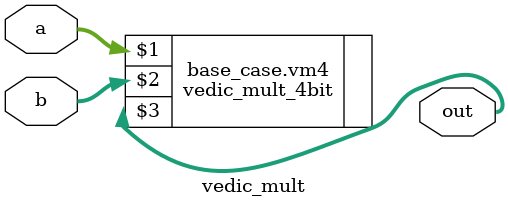
<source format=sv>

module vedic_mult #(
  parameter WIDTH = 4
)(
  input  logic [WIDTH-1:0] a, b,
  output logic [2*WIDTH-1:0] out
);
   generate
    if (WIDTH == 4) begin : base_case  // Changed from WIDTH == 2
      // 4-bit vedic multiplier base case
      vedic_mult_4bit vm4(a, b, out);  // This replaces the previous 2-bit implementation
    end else begin : recursive_case
      // Recursive case for larger multipliers
      localparam HALF_WIDTH = WIDTH/2;
      
      logic [2*HALF_WIDTH-1:0] out_ved1, out_ved2, out_ved3, out_ved4;
      logic c1, c2, c3, or_carry;
      logic [2*HALF_WIDTH-1:0] cla_sum1, cla_sum2, cla_sum3;
      
      // Instantiate smaller vedic multipliers
      vedic_mult #(.WIDTH(HALF_WIDTH)) v1(a[HALF_WIDTH-1:0], b[HALF_WIDTH-1:0], out_ved1);
      vedic_mult #(.WIDTH(HALF_WIDTH)) v2(a[HALF_WIDTH-1:0], b[WIDTH-1:HALF_WIDTH], out_ved2);
      vedic_mult #(.WIDTH(HALF_WIDTH)) v3(a[WIDTH-1:HALF_WIDTH], b[HALF_WIDTH-1:0], out_ved3);
      vedic_mult #(.WIDTH(HALF_WIDTH)) v4(a[WIDTH-1:HALF_WIDTH], b[WIDTH-1:HALF_WIDTH], out_ved4);
      
      // CLA operations
      CLA #(.WIDTH(2*HALF_WIDTH)) cla1(out_ved2, out_ved3, 1'b0, cla_sum1, c1);
      
      logic [2*HALF_WIDTH-1:0] extended_out_ved1;
      assign extended_out_ved1 = {{HALF_WIDTH{1'b0}}, out_ved1[2*HALF_WIDTH-1:HALF_WIDTH]};
      CLA #(.WIDTH(2*HALF_WIDTH)) cla2(extended_out_ved1, cla_sum1, 1'b0, cla_sum2, c2);
      
      assign or_carry = c1 | c2; // Changed + to | for logical OR
      
      logic [2*HALF_WIDTH-1:0] extended_cla_sum2;
      assign extended_cla_sum2 = {{(HALF_WIDTH-1){1'b0}}, or_carry, cla_sum2[2*HALF_WIDTH-1:HALF_WIDTH]};
      CLA #(.WIDTH(2*HALF_WIDTH)) cla3(extended_cla_sum2, out_ved4, 1'b0, cla_sum3, c3);
      
      // Final output assembly
      assign out = {cla_sum3, cla_sum2[HALF_WIDTH-1:0], out_ved1[HALF_WIDTH-1:0]};
    end
  endgenerate
endmodule

</source>
